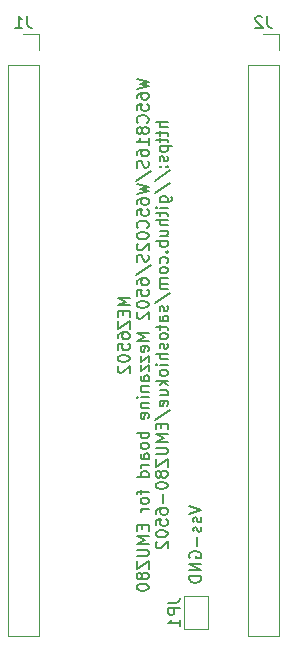
<source format=gbo>
G04 #@! TF.GenerationSoftware,KiCad,Pcbnew,(6.0.7-1)-1*
G04 #@! TF.CreationDate,2022-09-03T11:07:13+09:00*
G04 #@! TF.ProjectId,MEZ6502,4d455a36-3530-4322-9e6b-696361645f70,A*
G04 #@! TF.SameCoordinates,PX5f5e100PY8f0d180*
G04 #@! TF.FileFunction,Legend,Bot*
G04 #@! TF.FilePolarity,Positive*
%FSLAX46Y46*%
G04 Gerber Fmt 4.6, Leading zero omitted, Abs format (unit mm)*
G04 Created by KiCad (PCBNEW (6.0.7-1)-1) date 2022-09-03 11:07:13*
%MOMM*%
%LPD*%
G01*
G04 APERTURE LIST*
%ADD10C,0.150000*%
%ADD11C,0.120000*%
G04 APERTURE END LIST*
D10*
X17867380Y17255715D02*
X18867380Y16922381D01*
X17867380Y16589048D01*
X18819761Y16303334D02*
X18867380Y16208096D01*
X18867380Y16017620D01*
X18819761Y15922381D01*
X18724523Y15874762D01*
X18676904Y15874762D01*
X18581666Y15922381D01*
X18534047Y16017620D01*
X18534047Y16160477D01*
X18486428Y16255715D01*
X18391190Y16303334D01*
X18343571Y16303334D01*
X18248333Y16255715D01*
X18200714Y16160477D01*
X18200714Y16017620D01*
X18248333Y15922381D01*
X18819761Y15493810D02*
X18867380Y15398572D01*
X18867380Y15208096D01*
X18819761Y15112858D01*
X18724523Y15065239D01*
X18676904Y15065239D01*
X18581666Y15112858D01*
X18534047Y15208096D01*
X18534047Y15350953D01*
X18486428Y15446191D01*
X18391190Y15493810D01*
X18343571Y15493810D01*
X18248333Y15446191D01*
X18200714Y15350953D01*
X18200714Y15208096D01*
X18248333Y15112858D01*
X18486428Y14636667D02*
X18486428Y13874762D01*
X17915000Y12874762D02*
X17867380Y12970000D01*
X17867380Y13112858D01*
X17915000Y13255715D01*
X18010238Y13350953D01*
X18105476Y13398572D01*
X18295952Y13446191D01*
X18438809Y13446191D01*
X18629285Y13398572D01*
X18724523Y13350953D01*
X18819761Y13255715D01*
X18867380Y13112858D01*
X18867380Y13017620D01*
X18819761Y12874762D01*
X18772142Y12827143D01*
X18438809Y12827143D01*
X18438809Y13017620D01*
X18867380Y12398572D02*
X17867380Y12398572D01*
X18867380Y11827143D01*
X17867380Y11827143D01*
X18867380Y11350953D02*
X17867380Y11350953D01*
X17867380Y11112858D01*
X17915000Y10970000D01*
X18010238Y10874762D01*
X18105476Y10827143D01*
X18295952Y10779524D01*
X18438809Y10779524D01*
X18629285Y10827143D01*
X18724523Y10874762D01*
X18819761Y10970000D01*
X18867380Y11112858D01*
X18867380Y11350953D01*
X12812380Y34916667D02*
X11812380Y34916667D01*
X12526666Y34583334D01*
X11812380Y34250000D01*
X12812380Y34250000D01*
X12288571Y33773810D02*
X12288571Y33440477D01*
X12812380Y33297620D02*
X12812380Y33773810D01*
X11812380Y33773810D01*
X11812380Y33297620D01*
X11812380Y32964286D02*
X11812380Y32297620D01*
X12812380Y32964286D01*
X12812380Y32297620D01*
X11812380Y31488096D02*
X11812380Y31678572D01*
X11860000Y31773810D01*
X11907619Y31821429D01*
X12050476Y31916667D01*
X12240952Y31964286D01*
X12621904Y31964286D01*
X12717142Y31916667D01*
X12764761Y31869048D01*
X12812380Y31773810D01*
X12812380Y31583334D01*
X12764761Y31488096D01*
X12717142Y31440477D01*
X12621904Y31392858D01*
X12383809Y31392858D01*
X12288571Y31440477D01*
X12240952Y31488096D01*
X12193333Y31583334D01*
X12193333Y31773810D01*
X12240952Y31869048D01*
X12288571Y31916667D01*
X12383809Y31964286D01*
X11812380Y30488096D02*
X11812380Y30964286D01*
X12288571Y31011905D01*
X12240952Y30964286D01*
X12193333Y30869048D01*
X12193333Y30630953D01*
X12240952Y30535715D01*
X12288571Y30488096D01*
X12383809Y30440477D01*
X12621904Y30440477D01*
X12717142Y30488096D01*
X12764761Y30535715D01*
X12812380Y30630953D01*
X12812380Y30869048D01*
X12764761Y30964286D01*
X12717142Y31011905D01*
X11812380Y29821429D02*
X11812380Y29726191D01*
X11860000Y29630953D01*
X11907619Y29583334D01*
X12002857Y29535715D01*
X12193333Y29488096D01*
X12431428Y29488096D01*
X12621904Y29535715D01*
X12717142Y29583334D01*
X12764761Y29630953D01*
X12812380Y29726191D01*
X12812380Y29821429D01*
X12764761Y29916667D01*
X12717142Y29964286D01*
X12621904Y30011905D01*
X12431428Y30059524D01*
X12193333Y30059524D01*
X12002857Y30011905D01*
X11907619Y29964286D01*
X11860000Y29916667D01*
X11812380Y29821429D01*
X11907619Y29107143D02*
X11860000Y29059524D01*
X11812380Y28964286D01*
X11812380Y28726191D01*
X11860000Y28630953D01*
X11907619Y28583334D01*
X12002857Y28535715D01*
X12098095Y28535715D01*
X12240952Y28583334D01*
X12812380Y29154762D01*
X12812380Y28535715D01*
X13422380Y53440477D02*
X14422380Y53202381D01*
X13708095Y53011905D01*
X14422380Y52821429D01*
X13422380Y52583334D01*
X13422380Y51773810D02*
X13422380Y51964286D01*
X13470000Y52059524D01*
X13517619Y52107143D01*
X13660476Y52202381D01*
X13850952Y52250000D01*
X14231904Y52250000D01*
X14327142Y52202381D01*
X14374761Y52154762D01*
X14422380Y52059524D01*
X14422380Y51869048D01*
X14374761Y51773810D01*
X14327142Y51726191D01*
X14231904Y51678572D01*
X13993809Y51678572D01*
X13898571Y51726191D01*
X13850952Y51773810D01*
X13803333Y51869048D01*
X13803333Y52059524D01*
X13850952Y52154762D01*
X13898571Y52202381D01*
X13993809Y52250000D01*
X13422380Y50773810D02*
X13422380Y51250000D01*
X13898571Y51297620D01*
X13850952Y51250000D01*
X13803333Y51154762D01*
X13803333Y50916667D01*
X13850952Y50821429D01*
X13898571Y50773810D01*
X13993809Y50726191D01*
X14231904Y50726191D01*
X14327142Y50773810D01*
X14374761Y50821429D01*
X14422380Y50916667D01*
X14422380Y51154762D01*
X14374761Y51250000D01*
X14327142Y51297620D01*
X14327142Y49726191D02*
X14374761Y49773810D01*
X14422380Y49916667D01*
X14422380Y50011905D01*
X14374761Y50154762D01*
X14279523Y50250000D01*
X14184285Y50297620D01*
X13993809Y50345239D01*
X13850952Y50345239D01*
X13660476Y50297620D01*
X13565238Y50250000D01*
X13470000Y50154762D01*
X13422380Y50011905D01*
X13422380Y49916667D01*
X13470000Y49773810D01*
X13517619Y49726191D01*
X13850952Y49154762D02*
X13803333Y49250000D01*
X13755714Y49297620D01*
X13660476Y49345239D01*
X13612857Y49345239D01*
X13517619Y49297620D01*
X13470000Y49250000D01*
X13422380Y49154762D01*
X13422380Y48964286D01*
X13470000Y48869048D01*
X13517619Y48821429D01*
X13612857Y48773810D01*
X13660476Y48773810D01*
X13755714Y48821429D01*
X13803333Y48869048D01*
X13850952Y48964286D01*
X13850952Y49154762D01*
X13898571Y49250000D01*
X13946190Y49297620D01*
X14041428Y49345239D01*
X14231904Y49345239D01*
X14327142Y49297620D01*
X14374761Y49250000D01*
X14422380Y49154762D01*
X14422380Y48964286D01*
X14374761Y48869048D01*
X14327142Y48821429D01*
X14231904Y48773810D01*
X14041428Y48773810D01*
X13946190Y48821429D01*
X13898571Y48869048D01*
X13850952Y48964286D01*
X14422380Y47821429D02*
X14422380Y48392858D01*
X14422380Y48107143D02*
X13422380Y48107143D01*
X13565238Y48202381D01*
X13660476Y48297620D01*
X13708095Y48392858D01*
X13422380Y46964286D02*
X13422380Y47154762D01*
X13470000Y47250000D01*
X13517619Y47297620D01*
X13660476Y47392858D01*
X13850952Y47440477D01*
X14231904Y47440477D01*
X14327142Y47392858D01*
X14374761Y47345239D01*
X14422380Y47250000D01*
X14422380Y47059524D01*
X14374761Y46964286D01*
X14327142Y46916667D01*
X14231904Y46869048D01*
X13993809Y46869048D01*
X13898571Y46916667D01*
X13850952Y46964286D01*
X13803333Y47059524D01*
X13803333Y47250000D01*
X13850952Y47345239D01*
X13898571Y47392858D01*
X13993809Y47440477D01*
X14374761Y46488096D02*
X14422380Y46345239D01*
X14422380Y46107143D01*
X14374761Y46011905D01*
X14327142Y45964286D01*
X14231904Y45916667D01*
X14136666Y45916667D01*
X14041428Y45964286D01*
X13993809Y46011905D01*
X13946190Y46107143D01*
X13898571Y46297620D01*
X13850952Y46392858D01*
X13803333Y46440477D01*
X13708095Y46488096D01*
X13612857Y46488096D01*
X13517619Y46440477D01*
X13470000Y46392858D01*
X13422380Y46297620D01*
X13422380Y46059524D01*
X13470000Y45916667D01*
X13374761Y44773810D02*
X14660476Y45630953D01*
X13422380Y44535715D02*
X14422380Y44297620D01*
X13708095Y44107143D01*
X14422380Y43916667D01*
X13422380Y43678572D01*
X13422380Y42869048D02*
X13422380Y43059524D01*
X13470000Y43154762D01*
X13517619Y43202381D01*
X13660476Y43297620D01*
X13850952Y43345239D01*
X14231904Y43345239D01*
X14327142Y43297620D01*
X14374761Y43250000D01*
X14422380Y43154762D01*
X14422380Y42964286D01*
X14374761Y42869048D01*
X14327142Y42821429D01*
X14231904Y42773810D01*
X13993809Y42773810D01*
X13898571Y42821429D01*
X13850952Y42869048D01*
X13803333Y42964286D01*
X13803333Y43154762D01*
X13850952Y43250000D01*
X13898571Y43297620D01*
X13993809Y43345239D01*
X13422380Y41869048D02*
X13422380Y42345239D01*
X13898571Y42392858D01*
X13850952Y42345239D01*
X13803333Y42250000D01*
X13803333Y42011905D01*
X13850952Y41916667D01*
X13898571Y41869048D01*
X13993809Y41821429D01*
X14231904Y41821429D01*
X14327142Y41869048D01*
X14374761Y41916667D01*
X14422380Y42011905D01*
X14422380Y42250000D01*
X14374761Y42345239D01*
X14327142Y42392858D01*
X14327142Y40821429D02*
X14374761Y40869048D01*
X14422380Y41011905D01*
X14422380Y41107143D01*
X14374761Y41250000D01*
X14279523Y41345239D01*
X14184285Y41392858D01*
X13993809Y41440477D01*
X13850952Y41440477D01*
X13660476Y41392858D01*
X13565238Y41345239D01*
X13470000Y41250000D01*
X13422380Y41107143D01*
X13422380Y41011905D01*
X13470000Y40869048D01*
X13517619Y40821429D01*
X13422380Y40202381D02*
X13422380Y40107143D01*
X13470000Y40011905D01*
X13517619Y39964286D01*
X13612857Y39916667D01*
X13803333Y39869048D01*
X14041428Y39869048D01*
X14231904Y39916667D01*
X14327142Y39964286D01*
X14374761Y40011905D01*
X14422380Y40107143D01*
X14422380Y40202381D01*
X14374761Y40297620D01*
X14327142Y40345239D01*
X14231904Y40392858D01*
X14041428Y40440477D01*
X13803333Y40440477D01*
X13612857Y40392858D01*
X13517619Y40345239D01*
X13470000Y40297620D01*
X13422380Y40202381D01*
X13517619Y39488096D02*
X13470000Y39440477D01*
X13422380Y39345239D01*
X13422380Y39107143D01*
X13470000Y39011905D01*
X13517619Y38964286D01*
X13612857Y38916667D01*
X13708095Y38916667D01*
X13850952Y38964286D01*
X14422380Y39535715D01*
X14422380Y38916667D01*
X14374761Y38535715D02*
X14422380Y38392858D01*
X14422380Y38154762D01*
X14374761Y38059524D01*
X14327142Y38011905D01*
X14231904Y37964286D01*
X14136666Y37964286D01*
X14041428Y38011905D01*
X13993809Y38059524D01*
X13946190Y38154762D01*
X13898571Y38345239D01*
X13850952Y38440477D01*
X13803333Y38488096D01*
X13708095Y38535715D01*
X13612857Y38535715D01*
X13517619Y38488096D01*
X13470000Y38440477D01*
X13422380Y38345239D01*
X13422380Y38107143D01*
X13470000Y37964286D01*
X13374761Y36821429D02*
X14660476Y37678572D01*
X13422380Y36059524D02*
X13422380Y36250000D01*
X13470000Y36345239D01*
X13517619Y36392858D01*
X13660476Y36488096D01*
X13850952Y36535715D01*
X14231904Y36535715D01*
X14327142Y36488096D01*
X14374761Y36440477D01*
X14422380Y36345239D01*
X14422380Y36154762D01*
X14374761Y36059524D01*
X14327142Y36011905D01*
X14231904Y35964286D01*
X13993809Y35964286D01*
X13898571Y36011905D01*
X13850952Y36059524D01*
X13803333Y36154762D01*
X13803333Y36345239D01*
X13850952Y36440477D01*
X13898571Y36488096D01*
X13993809Y36535715D01*
X13422380Y35059524D02*
X13422380Y35535715D01*
X13898571Y35583334D01*
X13850952Y35535715D01*
X13803333Y35440477D01*
X13803333Y35202381D01*
X13850952Y35107143D01*
X13898571Y35059524D01*
X13993809Y35011905D01*
X14231904Y35011905D01*
X14327142Y35059524D01*
X14374761Y35107143D01*
X14422380Y35202381D01*
X14422380Y35440477D01*
X14374761Y35535715D01*
X14327142Y35583334D01*
X13422380Y34392858D02*
X13422380Y34297620D01*
X13470000Y34202381D01*
X13517619Y34154762D01*
X13612857Y34107143D01*
X13803333Y34059524D01*
X14041428Y34059524D01*
X14231904Y34107143D01*
X14327142Y34154762D01*
X14374761Y34202381D01*
X14422380Y34297620D01*
X14422380Y34392858D01*
X14374761Y34488096D01*
X14327142Y34535715D01*
X14231904Y34583334D01*
X14041428Y34630953D01*
X13803333Y34630953D01*
X13612857Y34583334D01*
X13517619Y34535715D01*
X13470000Y34488096D01*
X13422380Y34392858D01*
X13517619Y33678572D02*
X13470000Y33630953D01*
X13422380Y33535715D01*
X13422380Y33297620D01*
X13470000Y33202381D01*
X13517619Y33154762D01*
X13612857Y33107143D01*
X13708095Y33107143D01*
X13850952Y33154762D01*
X14422380Y33726191D01*
X14422380Y33107143D01*
X14422380Y31916667D02*
X13422380Y31916667D01*
X14136666Y31583334D01*
X13422380Y31250000D01*
X14422380Y31250000D01*
X14374761Y30392858D02*
X14422380Y30488096D01*
X14422380Y30678572D01*
X14374761Y30773810D01*
X14279523Y30821429D01*
X13898571Y30821429D01*
X13803333Y30773810D01*
X13755714Y30678572D01*
X13755714Y30488096D01*
X13803333Y30392858D01*
X13898571Y30345239D01*
X13993809Y30345239D01*
X14089047Y30821429D01*
X13755714Y30011905D02*
X13755714Y29488096D01*
X14422380Y30011905D01*
X14422380Y29488096D01*
X13755714Y29202381D02*
X13755714Y28678572D01*
X14422380Y29202381D01*
X14422380Y28678572D01*
X14422380Y27869048D02*
X13898571Y27869048D01*
X13803333Y27916667D01*
X13755714Y28011905D01*
X13755714Y28202381D01*
X13803333Y28297620D01*
X14374761Y27869048D02*
X14422380Y27964286D01*
X14422380Y28202381D01*
X14374761Y28297620D01*
X14279523Y28345239D01*
X14184285Y28345239D01*
X14089047Y28297620D01*
X14041428Y28202381D01*
X14041428Y27964286D01*
X13993809Y27869048D01*
X13755714Y27392858D02*
X14422380Y27392858D01*
X13850952Y27392858D02*
X13803333Y27345239D01*
X13755714Y27250000D01*
X13755714Y27107143D01*
X13803333Y27011905D01*
X13898571Y26964286D01*
X14422380Y26964286D01*
X14422380Y26488096D02*
X13755714Y26488096D01*
X13422380Y26488096D02*
X13470000Y26535715D01*
X13517619Y26488096D01*
X13470000Y26440477D01*
X13422380Y26488096D01*
X13517619Y26488096D01*
X13755714Y26011905D02*
X14422380Y26011905D01*
X13850952Y26011905D02*
X13803333Y25964286D01*
X13755714Y25869048D01*
X13755714Y25726191D01*
X13803333Y25630953D01*
X13898571Y25583334D01*
X14422380Y25583334D01*
X14374761Y24726191D02*
X14422380Y24821429D01*
X14422380Y25011905D01*
X14374761Y25107143D01*
X14279523Y25154762D01*
X13898571Y25154762D01*
X13803333Y25107143D01*
X13755714Y25011905D01*
X13755714Y24821429D01*
X13803333Y24726191D01*
X13898571Y24678572D01*
X13993809Y24678572D01*
X14089047Y25154762D01*
X14422380Y23488096D02*
X13422380Y23488096D01*
X13803333Y23488096D02*
X13755714Y23392858D01*
X13755714Y23202381D01*
X13803333Y23107143D01*
X13850952Y23059524D01*
X13946190Y23011905D01*
X14231904Y23011905D01*
X14327142Y23059524D01*
X14374761Y23107143D01*
X14422380Y23202381D01*
X14422380Y23392858D01*
X14374761Y23488096D01*
X14422380Y22440477D02*
X14374761Y22535715D01*
X14327142Y22583334D01*
X14231904Y22630953D01*
X13946190Y22630953D01*
X13850952Y22583334D01*
X13803333Y22535715D01*
X13755714Y22440477D01*
X13755714Y22297620D01*
X13803333Y22202381D01*
X13850952Y22154762D01*
X13946190Y22107143D01*
X14231904Y22107143D01*
X14327142Y22154762D01*
X14374761Y22202381D01*
X14422380Y22297620D01*
X14422380Y22440477D01*
X14422380Y21250000D02*
X13898571Y21250000D01*
X13803333Y21297620D01*
X13755714Y21392858D01*
X13755714Y21583334D01*
X13803333Y21678572D01*
X14374761Y21250000D02*
X14422380Y21345239D01*
X14422380Y21583334D01*
X14374761Y21678572D01*
X14279523Y21726191D01*
X14184285Y21726191D01*
X14089047Y21678572D01*
X14041428Y21583334D01*
X14041428Y21345239D01*
X13993809Y21250000D01*
X14422380Y20773810D02*
X13755714Y20773810D01*
X13946190Y20773810D02*
X13850952Y20726191D01*
X13803333Y20678572D01*
X13755714Y20583334D01*
X13755714Y20488096D01*
X14422380Y19726191D02*
X13422380Y19726191D01*
X14374761Y19726191D02*
X14422380Y19821429D01*
X14422380Y20011905D01*
X14374761Y20107143D01*
X14327142Y20154762D01*
X14231904Y20202381D01*
X13946190Y20202381D01*
X13850952Y20154762D01*
X13803333Y20107143D01*
X13755714Y20011905D01*
X13755714Y19821429D01*
X13803333Y19726191D01*
X13755714Y18630953D02*
X13755714Y18250000D01*
X14422380Y18488096D02*
X13565238Y18488096D01*
X13470000Y18440477D01*
X13422380Y18345239D01*
X13422380Y18250000D01*
X14422380Y17773810D02*
X14374761Y17869048D01*
X14327142Y17916667D01*
X14231904Y17964286D01*
X13946190Y17964286D01*
X13850952Y17916667D01*
X13803333Y17869048D01*
X13755714Y17773810D01*
X13755714Y17630953D01*
X13803333Y17535715D01*
X13850952Y17488096D01*
X13946190Y17440477D01*
X14231904Y17440477D01*
X14327142Y17488096D01*
X14374761Y17535715D01*
X14422380Y17630953D01*
X14422380Y17773810D01*
X14422380Y17011905D02*
X13755714Y17011905D01*
X13946190Y17011905D02*
X13850952Y16964286D01*
X13803333Y16916667D01*
X13755714Y16821429D01*
X13755714Y16726191D01*
X13898571Y15630953D02*
X13898571Y15297620D01*
X14422380Y15154762D02*
X14422380Y15630953D01*
X13422380Y15630953D01*
X13422380Y15154762D01*
X14422380Y14726191D02*
X13422380Y14726191D01*
X14136666Y14392858D01*
X13422380Y14059524D01*
X14422380Y14059524D01*
X13422380Y13583334D02*
X14231904Y13583334D01*
X14327142Y13535715D01*
X14374761Y13488096D01*
X14422380Y13392858D01*
X14422380Y13202381D01*
X14374761Y13107143D01*
X14327142Y13059524D01*
X14231904Y13011905D01*
X13422380Y13011905D01*
X13422380Y12630953D02*
X13422380Y11964286D01*
X14422380Y12630953D01*
X14422380Y11964286D01*
X13850952Y11440477D02*
X13803333Y11535715D01*
X13755714Y11583334D01*
X13660476Y11630953D01*
X13612857Y11630953D01*
X13517619Y11583334D01*
X13470000Y11535715D01*
X13422380Y11440477D01*
X13422380Y11250000D01*
X13470000Y11154762D01*
X13517619Y11107143D01*
X13612857Y11059524D01*
X13660476Y11059524D01*
X13755714Y11107143D01*
X13803333Y11154762D01*
X13850952Y11250000D01*
X13850952Y11440477D01*
X13898571Y11535715D01*
X13946190Y11583334D01*
X14041428Y11630953D01*
X14231904Y11630953D01*
X14327142Y11583334D01*
X14374761Y11535715D01*
X14422380Y11440477D01*
X14422380Y11250000D01*
X14374761Y11154762D01*
X14327142Y11107143D01*
X14231904Y11059524D01*
X14041428Y11059524D01*
X13946190Y11107143D01*
X13898571Y11154762D01*
X13850952Y11250000D01*
X13422380Y10440477D02*
X13422380Y10345239D01*
X13470000Y10250000D01*
X13517619Y10202381D01*
X13612857Y10154762D01*
X13803333Y10107143D01*
X14041428Y10107143D01*
X14231904Y10154762D01*
X14327142Y10202381D01*
X14374761Y10250000D01*
X14422380Y10345239D01*
X14422380Y10440477D01*
X14374761Y10535715D01*
X14327142Y10583334D01*
X14231904Y10630953D01*
X14041428Y10678572D01*
X13803333Y10678572D01*
X13612857Y10630953D01*
X13517619Y10583334D01*
X13470000Y10535715D01*
X13422380Y10440477D01*
X16032380Y49773810D02*
X15032380Y49773810D01*
X16032380Y49345239D02*
X15508571Y49345239D01*
X15413333Y49392858D01*
X15365714Y49488096D01*
X15365714Y49630953D01*
X15413333Y49726191D01*
X15460952Y49773810D01*
X15365714Y49011905D02*
X15365714Y48630953D01*
X15032380Y48869048D02*
X15889523Y48869048D01*
X15984761Y48821429D01*
X16032380Y48726191D01*
X16032380Y48630953D01*
X15365714Y48440477D02*
X15365714Y48059524D01*
X15032380Y48297620D02*
X15889523Y48297620D01*
X15984761Y48250000D01*
X16032380Y48154762D01*
X16032380Y48059524D01*
X15365714Y47726191D02*
X16365714Y47726191D01*
X15413333Y47726191D02*
X15365714Y47630953D01*
X15365714Y47440477D01*
X15413333Y47345239D01*
X15460952Y47297620D01*
X15556190Y47250000D01*
X15841904Y47250000D01*
X15937142Y47297620D01*
X15984761Y47345239D01*
X16032380Y47440477D01*
X16032380Y47630953D01*
X15984761Y47726191D01*
X15984761Y46869048D02*
X16032380Y46773810D01*
X16032380Y46583334D01*
X15984761Y46488096D01*
X15889523Y46440477D01*
X15841904Y46440477D01*
X15746666Y46488096D01*
X15699047Y46583334D01*
X15699047Y46726191D01*
X15651428Y46821429D01*
X15556190Y46869048D01*
X15508571Y46869048D01*
X15413333Y46821429D01*
X15365714Y46726191D01*
X15365714Y46583334D01*
X15413333Y46488096D01*
X15937142Y46011905D02*
X15984761Y45964286D01*
X16032380Y46011905D01*
X15984761Y46059524D01*
X15937142Y46011905D01*
X16032380Y46011905D01*
X15413333Y46011905D02*
X15460952Y45964286D01*
X15508571Y46011905D01*
X15460952Y46059524D01*
X15413333Y46011905D01*
X15508571Y46011905D01*
X14984761Y44821429D02*
X16270476Y45678572D01*
X14984761Y43773810D02*
X16270476Y44630953D01*
X15365714Y43011905D02*
X16175238Y43011905D01*
X16270476Y43059524D01*
X16318095Y43107143D01*
X16365714Y43202381D01*
X16365714Y43345239D01*
X16318095Y43440477D01*
X15984761Y43011905D02*
X16032380Y43107143D01*
X16032380Y43297620D01*
X15984761Y43392858D01*
X15937142Y43440477D01*
X15841904Y43488096D01*
X15556190Y43488096D01*
X15460952Y43440477D01*
X15413333Y43392858D01*
X15365714Y43297620D01*
X15365714Y43107143D01*
X15413333Y43011905D01*
X16032380Y42535715D02*
X15365714Y42535715D01*
X15032380Y42535715D02*
X15080000Y42583334D01*
X15127619Y42535715D01*
X15080000Y42488096D01*
X15032380Y42535715D01*
X15127619Y42535715D01*
X15365714Y42202381D02*
X15365714Y41821429D01*
X15032380Y42059524D02*
X15889523Y42059524D01*
X15984761Y42011905D01*
X16032380Y41916667D01*
X16032380Y41821429D01*
X16032380Y41488096D02*
X15032380Y41488096D01*
X16032380Y41059524D02*
X15508571Y41059524D01*
X15413333Y41107143D01*
X15365714Y41202381D01*
X15365714Y41345239D01*
X15413333Y41440477D01*
X15460952Y41488096D01*
X15365714Y40154762D02*
X16032380Y40154762D01*
X15365714Y40583334D02*
X15889523Y40583334D01*
X15984761Y40535715D01*
X16032380Y40440477D01*
X16032380Y40297620D01*
X15984761Y40202381D01*
X15937142Y40154762D01*
X16032380Y39678572D02*
X15032380Y39678572D01*
X15413333Y39678572D02*
X15365714Y39583334D01*
X15365714Y39392858D01*
X15413333Y39297620D01*
X15460952Y39250000D01*
X15556190Y39202381D01*
X15841904Y39202381D01*
X15937142Y39250000D01*
X15984761Y39297620D01*
X16032380Y39392858D01*
X16032380Y39583334D01*
X15984761Y39678572D01*
X15937142Y38773810D02*
X15984761Y38726191D01*
X16032380Y38773810D01*
X15984761Y38821429D01*
X15937142Y38773810D01*
X16032380Y38773810D01*
X15984761Y37869048D02*
X16032380Y37964286D01*
X16032380Y38154762D01*
X15984761Y38250000D01*
X15937142Y38297620D01*
X15841904Y38345239D01*
X15556190Y38345239D01*
X15460952Y38297620D01*
X15413333Y38250000D01*
X15365714Y38154762D01*
X15365714Y37964286D01*
X15413333Y37869048D01*
X16032380Y37297620D02*
X15984761Y37392858D01*
X15937142Y37440477D01*
X15841904Y37488096D01*
X15556190Y37488096D01*
X15460952Y37440477D01*
X15413333Y37392858D01*
X15365714Y37297620D01*
X15365714Y37154762D01*
X15413333Y37059524D01*
X15460952Y37011905D01*
X15556190Y36964286D01*
X15841904Y36964286D01*
X15937142Y37011905D01*
X15984761Y37059524D01*
X16032380Y37154762D01*
X16032380Y37297620D01*
X16032380Y36535715D02*
X15365714Y36535715D01*
X15460952Y36535715D02*
X15413333Y36488096D01*
X15365714Y36392858D01*
X15365714Y36250000D01*
X15413333Y36154762D01*
X15508571Y36107143D01*
X16032380Y36107143D01*
X15508571Y36107143D02*
X15413333Y36059524D01*
X15365714Y35964286D01*
X15365714Y35821429D01*
X15413333Y35726191D01*
X15508571Y35678572D01*
X16032380Y35678572D01*
X14984761Y34488096D02*
X16270476Y35345239D01*
X15984761Y34202381D02*
X16032380Y34107143D01*
X16032380Y33916667D01*
X15984761Y33821429D01*
X15889523Y33773810D01*
X15841904Y33773810D01*
X15746666Y33821429D01*
X15699047Y33916667D01*
X15699047Y34059524D01*
X15651428Y34154762D01*
X15556190Y34202381D01*
X15508571Y34202381D01*
X15413333Y34154762D01*
X15365714Y34059524D01*
X15365714Y33916667D01*
X15413333Y33821429D01*
X16032380Y32916667D02*
X15508571Y32916667D01*
X15413333Y32964286D01*
X15365714Y33059524D01*
X15365714Y33250000D01*
X15413333Y33345239D01*
X15984761Y32916667D02*
X16032380Y33011905D01*
X16032380Y33250000D01*
X15984761Y33345239D01*
X15889523Y33392858D01*
X15794285Y33392858D01*
X15699047Y33345239D01*
X15651428Y33250000D01*
X15651428Y33011905D01*
X15603809Y32916667D01*
X15365714Y32583334D02*
X15365714Y32202381D01*
X15032380Y32440477D02*
X15889523Y32440477D01*
X15984761Y32392858D01*
X16032380Y32297620D01*
X16032380Y32202381D01*
X16032380Y31726191D02*
X15984761Y31821429D01*
X15937142Y31869048D01*
X15841904Y31916667D01*
X15556190Y31916667D01*
X15460952Y31869048D01*
X15413333Y31821429D01*
X15365714Y31726191D01*
X15365714Y31583334D01*
X15413333Y31488096D01*
X15460952Y31440477D01*
X15556190Y31392858D01*
X15841904Y31392858D01*
X15937142Y31440477D01*
X15984761Y31488096D01*
X16032380Y31583334D01*
X16032380Y31726191D01*
X15984761Y31011905D02*
X16032380Y30916667D01*
X16032380Y30726191D01*
X15984761Y30630953D01*
X15889523Y30583334D01*
X15841904Y30583334D01*
X15746666Y30630953D01*
X15699047Y30726191D01*
X15699047Y30869048D01*
X15651428Y30964286D01*
X15556190Y31011905D01*
X15508571Y31011905D01*
X15413333Y30964286D01*
X15365714Y30869048D01*
X15365714Y30726191D01*
X15413333Y30630953D01*
X16032380Y30154762D02*
X15032380Y30154762D01*
X16032380Y29726191D02*
X15508571Y29726191D01*
X15413333Y29773810D01*
X15365714Y29869048D01*
X15365714Y30011905D01*
X15413333Y30107143D01*
X15460952Y30154762D01*
X16032380Y29250000D02*
X15365714Y29250000D01*
X15032380Y29250000D02*
X15080000Y29297620D01*
X15127619Y29250000D01*
X15080000Y29202381D01*
X15032380Y29250000D01*
X15127619Y29250000D01*
X16032380Y28630953D02*
X15984761Y28726191D01*
X15937142Y28773810D01*
X15841904Y28821429D01*
X15556190Y28821429D01*
X15460952Y28773810D01*
X15413333Y28726191D01*
X15365714Y28630953D01*
X15365714Y28488096D01*
X15413333Y28392858D01*
X15460952Y28345239D01*
X15556190Y28297620D01*
X15841904Y28297620D01*
X15937142Y28345239D01*
X15984761Y28392858D01*
X16032380Y28488096D01*
X16032380Y28630953D01*
X16032380Y27869048D02*
X15032380Y27869048D01*
X15651428Y27773810D02*
X16032380Y27488096D01*
X15365714Y27488096D02*
X15746666Y27869048D01*
X15365714Y26630953D02*
X16032380Y26630953D01*
X15365714Y27059524D02*
X15889523Y27059524D01*
X15984761Y27011905D01*
X16032380Y26916667D01*
X16032380Y26773810D01*
X15984761Y26678572D01*
X15937142Y26630953D01*
X15984761Y25773810D02*
X16032380Y25869048D01*
X16032380Y26059524D01*
X15984761Y26154762D01*
X15889523Y26202381D01*
X15508571Y26202381D01*
X15413333Y26154762D01*
X15365714Y26059524D01*
X15365714Y25869048D01*
X15413333Y25773810D01*
X15508571Y25726191D01*
X15603809Y25726191D01*
X15699047Y26202381D01*
X14984761Y24583334D02*
X16270476Y25440477D01*
X15508571Y24250000D02*
X15508571Y23916667D01*
X16032380Y23773810D02*
X16032380Y24250000D01*
X15032380Y24250000D01*
X15032380Y23773810D01*
X16032380Y23345239D02*
X15032380Y23345239D01*
X15746666Y23011905D01*
X15032380Y22678572D01*
X16032380Y22678572D01*
X15032380Y22202381D02*
X15841904Y22202381D01*
X15937142Y22154762D01*
X15984761Y22107143D01*
X16032380Y22011905D01*
X16032380Y21821429D01*
X15984761Y21726191D01*
X15937142Y21678572D01*
X15841904Y21630953D01*
X15032380Y21630953D01*
X15032380Y21250000D02*
X15032380Y20583334D01*
X16032380Y21250000D01*
X16032380Y20583334D01*
X15460952Y20059524D02*
X15413333Y20154762D01*
X15365714Y20202381D01*
X15270476Y20250000D01*
X15222857Y20250000D01*
X15127619Y20202381D01*
X15080000Y20154762D01*
X15032380Y20059524D01*
X15032380Y19869048D01*
X15080000Y19773810D01*
X15127619Y19726191D01*
X15222857Y19678572D01*
X15270476Y19678572D01*
X15365714Y19726191D01*
X15413333Y19773810D01*
X15460952Y19869048D01*
X15460952Y20059524D01*
X15508571Y20154762D01*
X15556190Y20202381D01*
X15651428Y20250000D01*
X15841904Y20250000D01*
X15937142Y20202381D01*
X15984761Y20154762D01*
X16032380Y20059524D01*
X16032380Y19869048D01*
X15984761Y19773810D01*
X15937142Y19726191D01*
X15841904Y19678572D01*
X15651428Y19678572D01*
X15556190Y19726191D01*
X15508571Y19773810D01*
X15460952Y19869048D01*
X15032380Y19059524D02*
X15032380Y18964286D01*
X15080000Y18869048D01*
X15127619Y18821429D01*
X15222857Y18773810D01*
X15413333Y18726191D01*
X15651428Y18726191D01*
X15841904Y18773810D01*
X15937142Y18821429D01*
X15984761Y18869048D01*
X16032380Y18964286D01*
X16032380Y19059524D01*
X15984761Y19154762D01*
X15937142Y19202381D01*
X15841904Y19250000D01*
X15651428Y19297620D01*
X15413333Y19297620D01*
X15222857Y19250000D01*
X15127619Y19202381D01*
X15080000Y19154762D01*
X15032380Y19059524D01*
X15651428Y18297620D02*
X15651428Y17535715D01*
X15032380Y16630953D02*
X15032380Y16821429D01*
X15080000Y16916667D01*
X15127619Y16964286D01*
X15270476Y17059524D01*
X15460952Y17107143D01*
X15841904Y17107143D01*
X15937142Y17059524D01*
X15984761Y17011905D01*
X16032380Y16916667D01*
X16032380Y16726191D01*
X15984761Y16630953D01*
X15937142Y16583334D01*
X15841904Y16535715D01*
X15603809Y16535715D01*
X15508571Y16583334D01*
X15460952Y16630953D01*
X15413333Y16726191D01*
X15413333Y16916667D01*
X15460952Y17011905D01*
X15508571Y17059524D01*
X15603809Y17107143D01*
X15032380Y15630953D02*
X15032380Y16107143D01*
X15508571Y16154762D01*
X15460952Y16107143D01*
X15413333Y16011905D01*
X15413333Y15773810D01*
X15460952Y15678572D01*
X15508571Y15630953D01*
X15603809Y15583334D01*
X15841904Y15583334D01*
X15937142Y15630953D01*
X15984761Y15678572D01*
X16032380Y15773810D01*
X16032380Y16011905D01*
X15984761Y16107143D01*
X15937142Y16154762D01*
X15032380Y14964286D02*
X15032380Y14869048D01*
X15080000Y14773810D01*
X15127619Y14726191D01*
X15222857Y14678572D01*
X15413333Y14630953D01*
X15651428Y14630953D01*
X15841904Y14678572D01*
X15937142Y14726191D01*
X15984761Y14773810D01*
X16032380Y14869048D01*
X16032380Y14964286D01*
X15984761Y15059524D01*
X15937142Y15107143D01*
X15841904Y15154762D01*
X15651428Y15202381D01*
X15413333Y15202381D01*
X15222857Y15154762D01*
X15127619Y15107143D01*
X15080000Y15059524D01*
X15032380Y14964286D01*
X15127619Y14250000D02*
X15080000Y14202381D01*
X15032380Y14107143D01*
X15032380Y13869048D01*
X15080000Y13773810D01*
X15127619Y13726191D01*
X15222857Y13678572D01*
X15318095Y13678572D01*
X15460952Y13726191D01*
X16032380Y14297620D01*
X16032380Y13678572D01*
X4143333Y58752620D02*
X4143333Y58038334D01*
X4190952Y57895477D01*
X4286190Y57800239D01*
X4429047Y57752620D01*
X4524285Y57752620D01*
X3143333Y57752620D02*
X3714761Y57752620D01*
X3429047Y57752620D02*
X3429047Y58752620D01*
X3524285Y58609762D01*
X3619523Y58514524D01*
X3714761Y58466905D01*
X24463333Y58757620D02*
X24463333Y58043334D01*
X24510952Y57900477D01*
X24606190Y57805239D01*
X24749047Y57757620D01*
X24844285Y57757620D01*
X24034761Y58662381D02*
X23987142Y58710000D01*
X23891904Y58757620D01*
X23653809Y58757620D01*
X23558571Y58710000D01*
X23510952Y58662381D01*
X23463333Y58567143D01*
X23463333Y58471905D01*
X23510952Y58329048D01*
X24082380Y57757620D01*
X23463333Y57757620D01*
X16067380Y9088334D02*
X16781666Y9088334D01*
X16924523Y9135953D01*
X17019761Y9231191D01*
X17067380Y9374048D01*
X17067380Y9469286D01*
X17067380Y8612143D02*
X16067380Y8612143D01*
X16067380Y8231191D01*
X16115000Y8135953D01*
X16162619Y8088334D01*
X16257857Y8040715D01*
X16400714Y8040715D01*
X16495952Y8088334D01*
X16543571Y8135953D01*
X16591190Y8231191D01*
X16591190Y8612143D01*
X17067380Y7088334D02*
X17067380Y7659762D01*
X17067380Y7374048D02*
X16067380Y7374048D01*
X16210238Y7469286D01*
X16305476Y7564524D01*
X16353095Y7659762D01*
D11*
X5140000Y6285000D02*
X2480000Y6285000D01*
X5140000Y54605000D02*
X2480000Y54605000D01*
X5140000Y54605000D02*
X5140000Y6285000D01*
X5140000Y55875000D02*
X5140000Y57205000D01*
X5140000Y57205000D02*
X3810000Y57205000D01*
X2480000Y54605000D02*
X2480000Y6285000D01*
X25460000Y57210000D02*
X24130000Y57210000D01*
X25460000Y54610000D02*
X22800000Y54610000D01*
X25460000Y55880000D02*
X25460000Y57210000D01*
X25460000Y54610000D02*
X25460000Y6290000D01*
X22800000Y54610000D02*
X22800000Y6290000D01*
X25460000Y6290000D02*
X22800000Y6290000D01*
X19415000Y6855000D02*
X19415000Y9655000D01*
X17415000Y6855000D02*
X19415000Y6855000D01*
X17415000Y9655000D02*
X17415000Y6855000D01*
X19415000Y9655000D02*
X17415000Y9655000D01*
M02*

</source>
